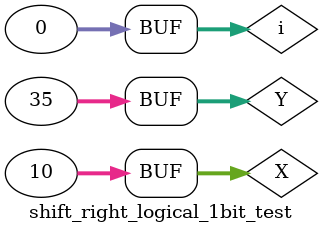
<source format=v>
`timescale 1ns / 1ps


module shift_right_logical_1bit_test;

	// Inputs
	reg [31:0] X;
	reg [31:0] Y;
	reg [31:0] i;

	// Outputs
	wire Z;

	// Instantiate the Unit Under Test (UUT)
	shift_right_logical_1bit uut (
		.X(X), 
		.Y(Y), 
		.i(i), 
		.Z(Z)
	);

	initial begin
		// Initialize Inputs
		X = 0;
		Y = 0;
		i = 0;

		// Wait 100 ns for global reset to finish
      X = 32'b1010; Y = 1; i = 0; #100;
      X = 32'b1010; Y = 2; i = 0; #100;
      X = 32'b1010; Y = 7; i = 0; #100;
      X = 32'b1010; Y = 35; i = 0; #100;

	end
      
endmodule


</source>
